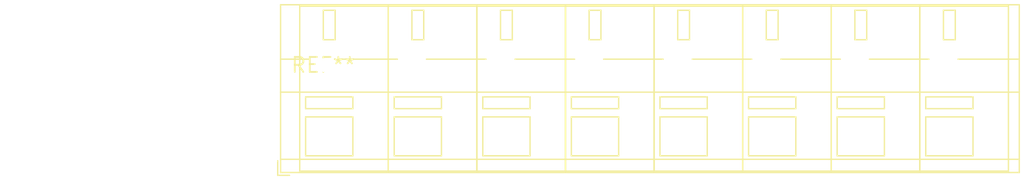
<source format=kicad_pcb>
(kicad_pcb (version 20240108) (generator pcbnew)
  (layers (0 "F.Cu" signal) (31 "B.Cu" signal) (34 "B.Paste" user) (35 "F.Paste" user) (36 "B.SilkS" user "B.Silkscreen") (37 "F.SilkS" user "F.Silkscreen") (38 "B.Mask" user) (39 "F.Mask" user) (44 "Edge.Cuts" user))
  (net 0 "")
  (footprint "TerminalBlock_WAGO_236-208_1x08_P7.50mm_45Degree" (layer "F.Cu") (at 0 0)
    (property "Reference" "REF**")
    (property "Value" "TerminalBlock_WAGO_236-208_1x08_P7.50mm_45Degree")
    (fp_line (start -3.86 8.12) (end -3.86 9.36) (layer "F.SilkS") (stroke (width 0.12)))
    (fp_line (start -3.86 9.36) (end -2.86 9.36) (layer "F.SilkS") (stroke (width 0.12)))
    (fp_line (start -3.62 -5.12) (end -3.62 9.12) (layer "F.SilkS") (stroke (width 0.12)))
    (fp_line (start -3.62 -5.12) (end 58.92 -5.12) (layer "F.SilkS") (stroke (width 0.12)))
    (fp_line (start -3.62 -0.5) (end -1.23 -0.5) (layer "F.SilkS") (stroke (width 0.12)))
    (fp_line (start -3.62 2.3) (end 58.92 2.3) (layer "F.SilkS") (stroke (width 0.12)))
    (fp_line (start -3.62 8) (end 58.92 8) (layer "F.SilkS") (stroke (width 0.12)))
    (fp_line (start -3.62 9.12) (end 58.92 9.12) (layer "F.SilkS") (stroke (width 0.12)))
    (fp_line (start -2 -5) (end -2 9) (layer "F.SilkS") (stroke (width 0.12)))
    (fp_line (start -2 -5) (end 5.5 -5) (layer "F.SilkS") (stroke (width 0.12)))
    (fp_line (start -2 9) (end 5.5 9) (layer "F.SilkS") (stroke (width 0.12)))
    (fp_line (start -1.5 2.7) (end -1.5 3.7) (layer "F.SilkS") (stroke (width 0.12)))
    (fp_line (start -1.5 2.7) (end 2.5 2.7) (layer "F.SilkS") (stroke (width 0.12)))
    (fp_line (start -1.5 3.7) (end 2.5 3.7) (layer "F.SilkS") (stroke (width 0.12)))
    (fp_line (start -1.5 4.4) (end -1.5 7.7) (layer "F.SilkS") (stroke (width 0.12)))
    (fp_line (start -1.5 4.4) (end 2.5 4.4) (layer "F.SilkS") (stroke (width 0.12)))
    (fp_line (start -1.5 7.7) (end 2.5 7.7) (layer "F.SilkS") (stroke (width 0.12)))
    (fp_line (start 0 -4.65) (end 0 -2.151) (layer "F.SilkS") (stroke (width 0.12)))
    (fp_line (start 0 -4.65) (end 1 -4.65) (layer "F.SilkS") (stroke (width 0.12)))
    (fp_line (start 0 -2.151) (end 1 -2.151) (layer "F.SilkS") (stroke (width 0.12)))
    (fp_line (start 1 -4.65) (end 1 -2.151) (layer "F.SilkS") (stroke (width 0.12)))
    (fp_line (start 1.23 -0.5) (end 6.27 -0.5) (layer "F.SilkS") (stroke (width 0.12)))
    (fp_line (start 2.5 2.7) (end 2.5 3.7) (layer "F.SilkS") (stroke (width 0.12)))
    (fp_line (start 2.5 4.4) (end 2.5 7.7) (layer "F.SilkS") (stroke (width 0.12)))
    (fp_line (start 5.5 -5) (end 5.5 9) (layer "F.SilkS") (stroke (width 0.12)))
    (fp_line (start 5.5 -5) (end 5.5 9) (layer "F.SilkS") (stroke (width 0.12)))
    (fp_line (start 5.5 -5) (end 13 -5) (layer "F.SilkS") (stroke (width 0.12)))
    (fp_line (start 5.5 9) (end 13 9) (layer "F.SilkS") (stroke (width 0.12)))
    (fp_line (start 6 2.7) (end 6 3.7) (layer "F.SilkS") (stroke (width 0.12)))
    (fp_line (start 6 2.7) (end 10 2.7) (layer "F.SilkS") (stroke (width 0.12)))
    (fp_line (start 6 3.7) (end 10 3.7) (layer "F.SilkS") (stroke (width 0.12)))
    (fp_line (start 6 4.4) (end 6 7.7) (layer "F.SilkS") (stroke (width 0.12)))
    (fp_line (start 6 4.4) (end 10 4.4) (layer "F.SilkS") (stroke (width 0.12)))
    (fp_line (start 6 7.7) (end 10 7.7) (layer "F.SilkS") (stroke (width 0.12)))
    (fp_line (start 7.5 -4.65) (end 7.5 -2.151) (layer "F.SilkS") (stroke (width 0.12)))
    (fp_line (start 7.5 -4.65) (end 8.5 -4.65) (layer "F.SilkS") (stroke (width 0.12)))
    (fp_line (start 7.5 -2.151) (end 8.5 -2.151) (layer "F.SilkS") (stroke (width 0.12)))
    (fp_line (start 8.5 -4.65) (end 8.5 -2.151) (layer "F.SilkS") (stroke (width 0.12)))
    (fp_line (start 8.73 -0.5) (end 13.77 -0.5) (layer "F.SilkS") (stroke (width 0.12)))
    (fp_line (start 10 2.7) (end 10 3.7) (layer "F.SilkS") (stroke (width 0.12)))
    (fp_line (start 10 4.4) (end 10 7.7) (layer "F.SilkS") (stroke (width 0.12)))
    (fp_line (start 13 -5) (end 13 9) (layer "F.SilkS") (stroke (width 0.12)))
    (fp_line (start 13 -5) (end 13 9) (layer "F.SilkS") (stroke (width 0.12)))
    (fp_line (start 13 -5) (end 20.5 -5) (layer "F.SilkS") (stroke (width 0.12)))
    (fp_line (start 13 9) (end 20.5 9) (layer "F.SilkS") (stroke (width 0.12)))
    (fp_line (start 13.5 2.7) (end 13.5 3.7) (layer "F.SilkS") (stroke (width 0.12)))
    (fp_line (start 13.5 2.7) (end 17.5 2.7) (layer "F.SilkS") (stroke (width 0.12)))
    (fp_line (start 13.5 3.7) (end 17.5 3.7) (layer "F.SilkS") (stroke (width 0.12)))
    (fp_line (start 13.5 4.4) (end 13.5 7.7) (layer "F.SilkS") (stroke (width 0.12)))
    (fp_line (start 13.5 4.4) (end 17.5 4.4) (layer "F.SilkS") (stroke (width 0.12)))
    (fp_line (start 13.5 7.7) (end 17.5 7.7) (layer "F.SilkS") (stroke (width 0.12)))
    (fp_line (start 15 -4.65) (end 15 -2.151) (layer "F.SilkS") (stroke (width 0.12)))
    (fp_line (start 15 -4.65) (end 16 -4.65) (layer "F.SilkS") (stroke (width 0.12)))
    (fp_line (start 15 -2.151) (end 16 -2.151) (layer "F.SilkS") (stroke (width 0.12)))
    (fp_line (start 16 -4.65) (end 16 -2.151) (layer "F.SilkS") (stroke (width 0.12)))
    (fp_line (start 16.23 -0.5) (end 21.27 -0.5) (layer "F.SilkS") (stroke (width 0.12)))
    (fp_line (start 17.5 2.7) (end 17.5 3.7) (layer "F.SilkS") (stroke (width 0.12)))
    (fp_line (start 17.5 4.4) (end 17.5 7.7) (layer "F.SilkS") (stroke (width 0.12)))
    (fp_line (start 20.5 -5) (end 20.5 9) (layer "F.SilkS") (stroke (width 0.12)))
    (fp_line (start 20.5 -5) (end 20.5 9) (layer "F.SilkS") (stroke (width 0.12)))
    (fp_line (start 20.5 -5) (end 28 -5) (layer "F.SilkS") (stroke (width 0.12)))
    (fp_line (start 20.5 9) (end 28 9) (layer "F.SilkS") (stroke (width 0.12)))
    (fp_line (start 21 2.7) (end 21 3.7) (layer "F.SilkS") (stroke (width 0.12)))
    (fp_line (start 21 2.7) (end 25 2.7) (layer "F.SilkS") (stroke (width 0.12)))
    (fp_line (start 21 3.7) (end 25 3.7) (layer "F.SilkS") (stroke (width 0.12)))
    (fp_line (start 21 4.4) (end 21 7.7) (layer "F.SilkS") (stroke (width 0.12)))
    (fp_line (start 21 4.4) (end 25 4.4) (layer "F.SilkS") (stroke (width 0.12)))
    (fp_line (start 21 7.7) (end 25 7.7) (layer "F.SilkS") (stroke (width 0.12)))
    (fp_line (start 22.5 -4.65) (end 22.5 -2.151) (layer "F.SilkS") (stroke (width 0.12)))
    (fp_line (start 22.5 -4.65) (end 23.5 -4.65) (layer "F.SilkS") (stroke (width 0.12)))
    (fp_line (start 22.5 -2.151) (end 23.5 -2.151) (layer "F.SilkS") (stroke (width 0.12)))
    (fp_line (start 23.5 -4.65) (end 23.5 -2.151) (layer "F.SilkS") (stroke (width 0.12)))
    (fp_line (start 23.73 -0.5) (end 28.77 -0.5) (layer "F.SilkS") (stroke (width 0.12)))
    (fp_line (start 25 2.7) (end 25 3.7) (layer "F.SilkS") (stroke (width 0.12)))
    (fp_line (start 25 4.4) (end 25 7.7) (layer "F.SilkS") (stroke (width 0.12)))
    (fp_line (start 28 -5) (end 28 9) (layer "F.SilkS") (stroke (width 0.12)))
    (fp_line (start 28 -5) (end 28 9) (layer "F.SilkS") (stroke (width 0.12)))
    (fp_line (start 28 -5) (end 35.5 -5) (layer "F.SilkS") (stroke (width 0.12)))
    (fp_line (start 28 9) (end 35.5 9) (layer "F.SilkS") (stroke (width 0.12)))
    (fp_line (start 28.5 2.7) (end 28.5 3.7) (layer "F.SilkS") (stroke (width 0.12)))
    (fp_line (start 28.5 2.7) (end 32.5 2.7) (layer "F.SilkS") (stroke (width 0.12)))
    (fp_line (start 28.5 3.7) (end 32.5 3.7) (layer "F.SilkS") (stroke (width 0.12)))
    (fp_line (start 28.5 4.4) (end 28.5 7.7) (layer "F.SilkS") (stroke (width 0.12)))
    (fp_line (start 28.5 4.4) (end 32.5 4.4) (layer "F.SilkS") (stroke (width 0.12)))
    (fp_line (start 28.5 7.7) (end 32.5 7.7) (layer "F.SilkS") (stroke (width 0.12)))
    (fp_line (start 30 -4.65) (end 30 -2.151) (layer "F.SilkS") (stroke (width 0.12)))
    (fp_line (start 30 -4.65) (end 31 -4.65) (layer "F.SilkS") (stroke (width 0.12)))
    (fp_line (start 30 -2.151) (end 31 -2.151) (layer "F.SilkS") (stroke (width 0.12)))
    (fp_line (start 31 -4.65) (end 31 -2.151) (layer "F.SilkS") (stroke (width 0.12)))
    (fp_line (start 31.23 -0.5) (end 36.27 -0.5) (layer "F.SilkS") (stroke (width 0.12)))
    (fp_line (start 32.5 2.7) (end 32.5 3.7) (layer "F.SilkS") (stroke (width 0.12)))
    (fp_line (start 32.5 4.4) (end 32.5 7.7) (layer "F.SilkS") (stroke (width 0.12)))
    (fp_line (start 35.5 -5) (end 35.5 9) (layer "F.SilkS") (stroke (width 0.12)))
    (fp_line (start 35.5 -5) (end 35.5 9) (layer "F.SilkS") (stroke (width 0.12)))
    (fp_line (start 35.5 -5) (end 43 -5) (layer "F.SilkS") (stroke (width 0.12)))
    (fp_line (start 35.5 9) (end 43 9) (layer "F.SilkS") (stroke (width 0.12)))
    (fp_line (start 36 2.7) (end 36 3.7) (layer "F.SilkS") (stroke (width 0.12)))
    (fp_line (start 36 2.7) (end 40 2.7) (layer "F.SilkS") (stroke (width 0.12)))
    (fp_line (start 36 3.7) (end 40 3.7) (layer "F.SilkS") (stroke (width 0.12)))
    (fp_line (start 36 4.4) (end 36 7.7) (layer "F.SilkS") (stroke (width 0.12)))
    (fp_line (start 36 4.4) (end 40 4.4) (layer "F.SilkS") (stroke (width 0.12)))
    (fp_line (start 36 7.7) (end 40 7.7) (layer "F.SilkS") (stroke (width 0.12)))
    (fp_line (start 37.5 -4.65) (end 37.5 -2.151) (layer "F.SilkS") (stroke (width 0.12)))
    (fp_line (start 37.5 -4.65) (end 38.5 -4.65) (layer "F.SilkS") (stroke (width 0.12)))
    (fp_line (start 37.5 -2.151) (end 38.5 -2.151) (layer "F.SilkS") (stroke (width 0.12)))
    (fp_line (start 38.5 -4.65) (end 38.5 -2.151) (layer "F.SilkS") (stroke (width 0.12)))
    (fp_line (start 38.73 -0.5) (end 43.77 -0.5) (layer "F.SilkS") (stroke (width 0.12)))
    (fp_line (start 40 2.7) (end 40 3.7) (layer "F.SilkS") (stroke (width 0.12)))
    (fp_line (start 40 4.4) (end 40 7.7) (layer "F.SilkS") (stroke (width 0.12)))
    (fp_line (start 43 -5) (end 43 9) (layer "F.SilkS") (stroke (width 0.12)))
    (fp_line (start 43 -5) (end 43 9) (layer "F.SilkS") (stroke (width 0.12)))
    (fp_line (start 43 -5) (end 50.5 -5) (layer "F.SilkS") (stroke (width 0.12)))
    (fp_line (start 43 9) (end 50.5 9) (layer "F.SilkS") (stroke (width 0.12)))
    (fp_line (start 43.5 2.7) (end 43.5 3.7) (layer "F.SilkS") (stroke (width 0.12)))
    (fp_line (start 43.5 2.7) (end 47.5 2.7) (layer "F.SilkS") (stroke (width 0.12)))
    (fp_line (start 43.5 3.7) (end 47.5 3.7) (layer "F.SilkS") (stroke (width 0.12)))
    (fp_line (start 43.5 4.4) (end 43.5 7.7) (layer "F.SilkS") (stroke (width 0.12)))
    (fp_line (start 43.5 4.4) (end 47.5 4.4) (layer "F.SilkS") (stroke (width 0.12)))
    (fp_line (start 43.5 7.7) (end 47.5 7.7) (layer "F.SilkS") (stroke (width 0.12)))
    (fp_line (start 45 -4.65) (end 45 -2.151) (layer "F.SilkS") (stroke (width 0.12)))
    (fp_line (start 45 -4.65) (end 46 -4.65) (layer "F.SilkS") (stroke (width 0.12)))
    (fp_line (start 45 -2.151) (end 46 -2.151) (layer "F.SilkS") (stroke (width 0.12)))
    (fp_line (start 46 -4.65) (end 46 -2.151) (layer "F.SilkS") (stroke (width 0.12)))
    (fp_line (start 46.23 -0.5) (end 51.27 -0.5) (layer "F.SilkS") (stroke (width 0.12)))
    (fp_line (start 47.5 2.7) (end 47.5 3.7) (layer "F.SilkS") (stroke (width 0.12)))
    (fp_line (start 47.5 4.4) (end 47.5 7.7) (layer "F.SilkS") (stroke (width 0.12)))
    (fp_line (start 50.5 -5) (end 50.5 9) (layer "F.SilkS") (stroke (width 0.12)))
    (fp_line (start 50.5 -5) (end 50.5 9) (layer "F.SilkS") (stroke (width 0.12)))
    (fp_line (start 50.5 -5) (end 58 -5) (layer "F.SilkS") (stroke (width 0.12)))
    (fp_line (start 50.5 9) (end 58 9) (layer "F.SilkS") (stroke (width 0.12)))
    (fp_line (start 51 2.7) (end 51 3.7) (layer "F.SilkS") (stroke (width 0.12)))
    (fp_line (start 51 2.7) (end 55 2.7) (layer "F.SilkS") (stroke (width 0.12)))
    (fp_line (start 51 3.7) (end 55 3.7) (layer "F.SilkS") (stroke (width 0.12)))
    (fp_line (start 51 4.4) (end 51 7.7) (layer "F.SilkS") (stroke (width 0.12)))
    (fp_line (start 51 4.4) (end 55 4.4) (layer "F.SilkS") (stroke (width 0.12)))
    (fp_line (start 51 7.7) (end 55 7.7) (layer "F.SilkS") (stroke (width 0.12)))
    (fp_line (start 52.5 -4.65) (end 52.5 -2.151) (layer "F.SilkS") (stroke (width 0.12)))
    (fp_line (start 52.5 -4.65) (end 53.5 -4.65) (layer "F.SilkS") (stroke (width 0.12)))
    (fp_line (start 52.5 -2.151) (end 53.5 -2.151) (layer "F.SilkS") (stroke (width 0.12)))
    (fp_line (start 53.5 -4.65) (end 53.5 -2.151) (layer "F.SilkS") (stroke (width 0.12)))
    (fp_line (start 53.73 -0.5) (end 58.92 -0.5) (layer "F.SilkS") (stroke (width 0.12)))
    (fp_line (start 55 2.7) (end 55 3.7) (layer "F.SilkS") (stroke (width 0.12)))
    (fp_line (start 55 4.4) (end 55 7.7) (layer "F.SilkS") (stroke (width 0.12)))
    (fp_line (start 58 -5) (end 58 9) (layer "F.SilkS") (stroke (width 0.12)))
    (fp_line (start 58.92 -5.12) (end 58.92 9.12) (layer "F.SilkS") (stroke (width 0.12)))
    (pad "1" thru_hole rect (at 0 0) (size 1.5 3) (drill 1.15) (layers *.Cu *.Mask) (remove_unused_layers))
    (pad "2" thru_hole oval (at 7.5 0) (size 1.5 3) (drill 1.15) (layers *.Cu *.Mask) (remove_unused_layers))
    (pad "3" thru_hole oval (at 15 0) (size 1.5 3) (drill 1.15) (layers *.Cu *.Mask) (remove_unused_layers))
    (pad "4" thru_hole oval (at 22.5 0) (size 1.5 3) (drill 1.15) (layers *.Cu *.Mask) (remove_unused_layers))
    (pad "5" thru_hole oval (at 30 0) (size 1.5 3) (drill 1.15) (layers *.Cu *.Mask) (remove_unused_layers))
    (pad "6" thru_hole oval (at 37.5 0) (size 1.5 3) (drill 1.15) (layers *.Cu *.Mask) (remove_unused_layers))
    (pad "7" thru_hole oval (at 45 0) (size 1.5 3) (drill 1.15) (layers *.Cu *.Mask) (remove_unused_layers))
    (pad "8" thru_hole oval (at 52.5 0) (size 1.5 3) (drill 1.15) (layers *.Cu *.Mask) (remove_unused_layers))
  )
)
</source>
